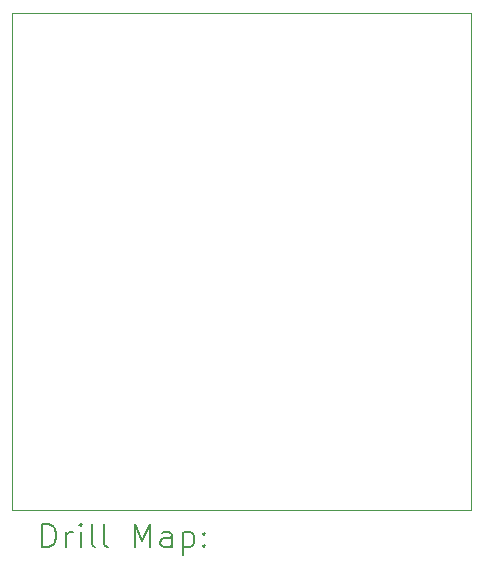
<source format=gbr>
%TF.GenerationSoftware,KiCad,Pcbnew,8.0.3-8.0.3-0~ubuntu22.04.1*%
%TF.CreationDate,2024-06-15T18:18:23-06:00*%
%TF.ProjectId,stm32g070 and DRV8311 single motor board - V1 Alpha,73746d33-3267-4303-9730-20616e642044,rev?*%
%TF.SameCoordinates,Original*%
%TF.FileFunction,Drillmap*%
%TF.FilePolarity,Positive*%
%FSLAX45Y45*%
G04 Gerber Fmt 4.5, Leading zero omitted, Abs format (unit mm)*
G04 Created by KiCad (PCBNEW 8.0.3-8.0.3-0~ubuntu22.04.1) date 2024-06-15 18:18:23*
%MOMM*%
%LPD*%
G01*
G04 APERTURE LIST*
%ADD10C,0.050000*%
%ADD11C,0.200000*%
G04 APERTURE END LIST*
D10*
X12268200Y-8813800D02*
X16152400Y-8813800D01*
X16152400Y-13021900D01*
X12268200Y-13021900D01*
X12268200Y-8813800D01*
D11*
X12526477Y-13335884D02*
X12526477Y-13135884D01*
X12526477Y-13135884D02*
X12574096Y-13135884D01*
X12574096Y-13135884D02*
X12602667Y-13145408D01*
X12602667Y-13145408D02*
X12621715Y-13164455D01*
X12621715Y-13164455D02*
X12631239Y-13183503D01*
X12631239Y-13183503D02*
X12640762Y-13221598D01*
X12640762Y-13221598D02*
X12640762Y-13250169D01*
X12640762Y-13250169D02*
X12631239Y-13288265D01*
X12631239Y-13288265D02*
X12621715Y-13307312D01*
X12621715Y-13307312D02*
X12602667Y-13326360D01*
X12602667Y-13326360D02*
X12574096Y-13335884D01*
X12574096Y-13335884D02*
X12526477Y-13335884D01*
X12726477Y-13335884D02*
X12726477Y-13202550D01*
X12726477Y-13240646D02*
X12736001Y-13221598D01*
X12736001Y-13221598D02*
X12745524Y-13212074D01*
X12745524Y-13212074D02*
X12764572Y-13202550D01*
X12764572Y-13202550D02*
X12783620Y-13202550D01*
X12850286Y-13335884D02*
X12850286Y-13202550D01*
X12850286Y-13135884D02*
X12840762Y-13145408D01*
X12840762Y-13145408D02*
X12850286Y-13154931D01*
X12850286Y-13154931D02*
X12859810Y-13145408D01*
X12859810Y-13145408D02*
X12850286Y-13135884D01*
X12850286Y-13135884D02*
X12850286Y-13154931D01*
X12974096Y-13335884D02*
X12955048Y-13326360D01*
X12955048Y-13326360D02*
X12945524Y-13307312D01*
X12945524Y-13307312D02*
X12945524Y-13135884D01*
X13078858Y-13335884D02*
X13059810Y-13326360D01*
X13059810Y-13326360D02*
X13050286Y-13307312D01*
X13050286Y-13307312D02*
X13050286Y-13135884D01*
X13307429Y-13335884D02*
X13307429Y-13135884D01*
X13307429Y-13135884D02*
X13374096Y-13278741D01*
X13374096Y-13278741D02*
X13440762Y-13135884D01*
X13440762Y-13135884D02*
X13440762Y-13335884D01*
X13621715Y-13335884D02*
X13621715Y-13231122D01*
X13621715Y-13231122D02*
X13612191Y-13212074D01*
X13612191Y-13212074D02*
X13593143Y-13202550D01*
X13593143Y-13202550D02*
X13555048Y-13202550D01*
X13555048Y-13202550D02*
X13536001Y-13212074D01*
X13621715Y-13326360D02*
X13602667Y-13335884D01*
X13602667Y-13335884D02*
X13555048Y-13335884D01*
X13555048Y-13335884D02*
X13536001Y-13326360D01*
X13536001Y-13326360D02*
X13526477Y-13307312D01*
X13526477Y-13307312D02*
X13526477Y-13288265D01*
X13526477Y-13288265D02*
X13536001Y-13269217D01*
X13536001Y-13269217D02*
X13555048Y-13259693D01*
X13555048Y-13259693D02*
X13602667Y-13259693D01*
X13602667Y-13259693D02*
X13621715Y-13250169D01*
X13716953Y-13202550D02*
X13716953Y-13402550D01*
X13716953Y-13212074D02*
X13736001Y-13202550D01*
X13736001Y-13202550D02*
X13774096Y-13202550D01*
X13774096Y-13202550D02*
X13793143Y-13212074D01*
X13793143Y-13212074D02*
X13802667Y-13221598D01*
X13802667Y-13221598D02*
X13812191Y-13240646D01*
X13812191Y-13240646D02*
X13812191Y-13297788D01*
X13812191Y-13297788D02*
X13802667Y-13316836D01*
X13802667Y-13316836D02*
X13793143Y-13326360D01*
X13793143Y-13326360D02*
X13774096Y-13335884D01*
X13774096Y-13335884D02*
X13736001Y-13335884D01*
X13736001Y-13335884D02*
X13716953Y-13326360D01*
X13897905Y-13316836D02*
X13907429Y-13326360D01*
X13907429Y-13326360D02*
X13897905Y-13335884D01*
X13897905Y-13335884D02*
X13888382Y-13326360D01*
X13888382Y-13326360D02*
X13897905Y-13316836D01*
X13897905Y-13316836D02*
X13897905Y-13335884D01*
X13897905Y-13212074D02*
X13907429Y-13221598D01*
X13907429Y-13221598D02*
X13897905Y-13231122D01*
X13897905Y-13231122D02*
X13888382Y-13221598D01*
X13888382Y-13221598D02*
X13897905Y-13212074D01*
X13897905Y-13212074D02*
X13897905Y-13231122D01*
M02*

</source>
